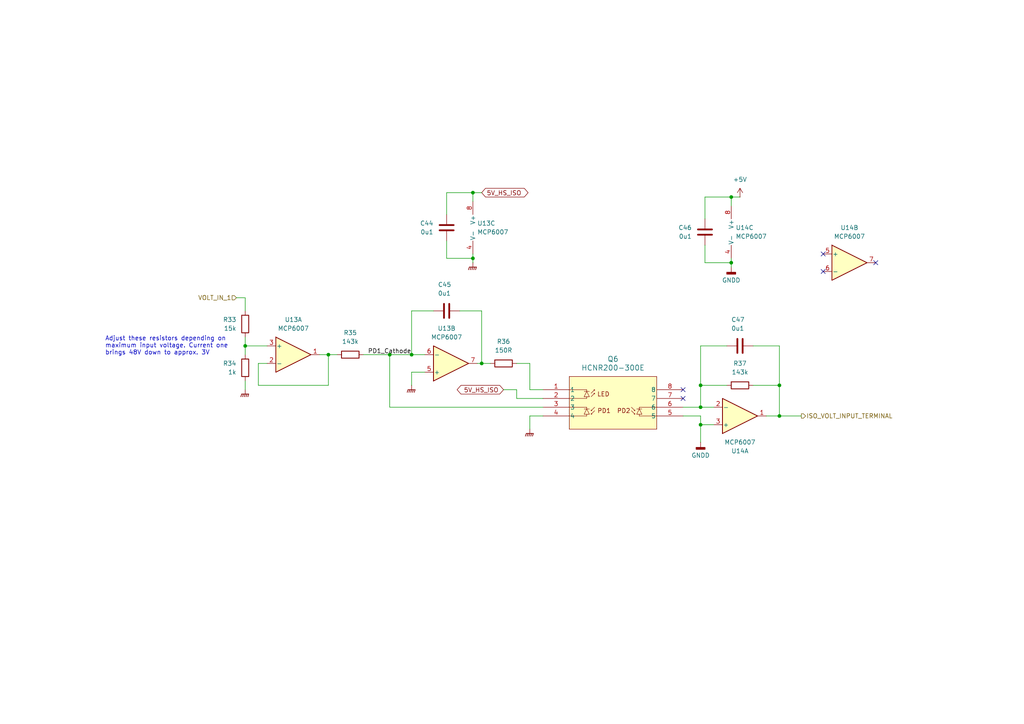
<source format=kicad_sch>
(kicad_sch
	(version 20231120)
	(generator "eeschema")
	(generator_version "8.0")
	(uuid "eda95323-4233-45cd-a2fe-412ba5c60fbd")
	(paper "A4")
	(title_block
		(title "Input/Output")
		(rev "V1")
		(company "EcoCar")
		(comment 1 "Designed by: Nicholas semmens")
	)
	(lib_symbols
		(symbol "Device:C"
			(pin_numbers hide)
			(pin_names
				(offset 0.254)
			)
			(exclude_from_sim no)
			(in_bom yes)
			(on_board yes)
			(property "Reference" "C"
				(at 0.635 2.54 0)
				(effects
					(font
						(size 1.27 1.27)
					)
					(justify left)
				)
			)
			(property "Value" "C"
				(at 0.635 -2.54 0)
				(effects
					(font
						(size 1.27 1.27)
					)
					(justify left)
				)
			)
			(property "Footprint" ""
				(at 0.9652 -3.81 0)
				(effects
					(font
						(size 1.27 1.27)
					)
					(hide yes)
				)
			)
			(property "Datasheet" "~"
				(at 0 0 0)
				(effects
					(font
						(size 1.27 1.27)
					)
					(hide yes)
				)
			)
			(property "Description" "Unpolarized capacitor"
				(at 0 0 0)
				(effects
					(font
						(size 1.27 1.27)
					)
					(hide yes)
				)
			)
			(property "ki_keywords" "cap capacitor"
				(at 0 0 0)
				(effects
					(font
						(size 1.27 1.27)
					)
					(hide yes)
				)
			)
			(property "ki_fp_filters" "C_*"
				(at 0 0 0)
				(effects
					(font
						(size 1.27 1.27)
					)
					(hide yes)
				)
			)
			(symbol "C_0_1"
				(polyline
					(pts
						(xy -2.032 -0.762) (xy 2.032 -0.762)
					)
					(stroke
						(width 0.508)
						(type default)
					)
					(fill
						(type none)
					)
				)
				(polyline
					(pts
						(xy -2.032 0.762) (xy 2.032 0.762)
					)
					(stroke
						(width 0.508)
						(type default)
					)
					(fill
						(type none)
					)
				)
			)
			(symbol "C_1_1"
				(pin passive line
					(at 0 3.81 270)
					(length 2.794)
					(name "~"
						(effects
							(font
								(size 1.27 1.27)
							)
						)
					)
					(number "1"
						(effects
							(font
								(size 1.27 1.27)
							)
						)
					)
				)
				(pin passive line
					(at 0 -3.81 90)
					(length 2.794)
					(name "~"
						(effects
							(font
								(size 1.27 1.27)
							)
						)
					)
					(number "2"
						(effects
							(font
								(size 1.27 1.27)
							)
						)
					)
				)
			)
		)
		(symbol "Device:R"
			(pin_numbers hide)
			(pin_names
				(offset 0)
			)
			(exclude_from_sim no)
			(in_bom yes)
			(on_board yes)
			(property "Reference" "R"
				(at 2.032 0 90)
				(effects
					(font
						(size 1.27 1.27)
					)
				)
			)
			(property "Value" "R"
				(at 0 0 90)
				(effects
					(font
						(size 1.27 1.27)
					)
				)
			)
			(property "Footprint" ""
				(at -1.778 0 90)
				(effects
					(font
						(size 1.27 1.27)
					)
					(hide yes)
				)
			)
			(property "Datasheet" "~"
				(at 0 0 0)
				(effects
					(font
						(size 1.27 1.27)
					)
					(hide yes)
				)
			)
			(property "Description" "Resistor"
				(at 0 0 0)
				(effects
					(font
						(size 1.27 1.27)
					)
					(hide yes)
				)
			)
			(property "ki_keywords" "R res resistor"
				(at 0 0 0)
				(effects
					(font
						(size 1.27 1.27)
					)
					(hide yes)
				)
			)
			(property "ki_fp_filters" "R_*"
				(at 0 0 0)
				(effects
					(font
						(size 1.27 1.27)
					)
					(hide yes)
				)
			)
			(symbol "R_0_1"
				(rectangle
					(start -1.016 -2.54)
					(end 1.016 2.54)
					(stroke
						(width 0.254)
						(type default)
					)
					(fill
						(type none)
					)
				)
			)
			(symbol "R_1_1"
				(pin passive line
					(at 0 3.81 270)
					(length 1.27)
					(name "~"
						(effects
							(font
								(size 1.27 1.27)
							)
						)
					)
					(number "1"
						(effects
							(font
								(size 1.27 1.27)
							)
						)
					)
				)
				(pin passive line
					(at 0 -3.81 90)
					(length 1.27)
					(name "~"
						(effects
							(font
								(size 1.27 1.27)
							)
						)
					)
					(number "2"
						(effects
							(font
								(size 1.27 1.27)
							)
						)
					)
				)
			)
		)
		(symbol "ecocad_lib_symbols:HCNR200-300E"
			(pin_names
				(offset 0.254)
			)
			(exclude_from_sim no)
			(in_bom yes)
			(on_board yes)
			(property "Reference" "Q"
				(at 20.32 10.16 0)
				(effects
					(font
						(size 1.524 1.524)
					)
				)
			)
			(property "Value" "HCNR200-300E"
				(at 20.32 7.62 0)
				(effects
					(font
						(size 1.524 1.524)
					)
				)
			)
			(property "Footprint" "ecocad_lib_footprints:HCNR200-300E"
				(at -0.508 7.112 0)
				(effects
					(font
						(size 1.27 1.27)
						(italic yes)
					)
					(hide yes)
				)
			)
			(property "Datasheet" "https://docs.broadcom.com/doc/HCNR200-HCNR201-High-Linearity-Analog-Optocouplers-DS"
				(at -0.508 7.112 0)
				(effects
					(font
						(size 1.27 1.27)
						(italic yes)
					)
					(hide yes)
				)
			)
			(property "Description" ""
				(at 0 0 0)
				(effects
					(font
						(size 1.27 1.27)
					)
					(hide yes)
				)
			)
			(property "ki_keywords" "HCNR200-300E"
				(at 0 0 0)
				(effects
					(font
						(size 1.27 1.27)
					)
					(hide yes)
				)
			)
			(property "ki_fp_filters" "HCNR200-300E HCNR200-300E-M HCNR200-300E-L"
				(at 0 0 0)
				(effects
					(font
						(size 1.27 1.27)
					)
					(hide yes)
				)
			)
			(symbol "HCNR200-300E_0_1"
				(polyline
					(pts
						(xy 7.62 -7.62) (xy 12.7 -7.62)
					)
					(stroke
						(width 0.127)
						(type default)
					)
					(fill
						(type none)
					)
				)
				(polyline
					(pts
						(xy 7.62 -5.08) (xy 12.7 -5.08)
					)
					(stroke
						(width 0.127)
						(type default)
					)
					(fill
						(type none)
					)
				)
				(polyline
					(pts
						(xy 7.62 -2.54) (xy 12.7 -2.54)
					)
					(stroke
						(width 0.127)
						(type default)
					)
					(fill
						(type none)
					)
				)
				(polyline
					(pts
						(xy 7.62 0) (xy 12.7 0)
					)
					(stroke
						(width 0.127)
						(type default)
					)
					(fill
						(type none)
					)
				)
				(polyline
					(pts
						(xy 11.938 -7.112) (xy 13.462 -7.112)
					)
					(stroke
						(width 0.127)
						(type default)
					)
					(fill
						(type none)
					)
				)
				(polyline
					(pts
						(xy 11.938 -5.588) (xy 13.462 -5.588)
					)
					(stroke
						(width 0.127)
						(type default)
					)
					(fill
						(type none)
					)
				)
				(polyline
					(pts
						(xy 11.938 -2.032) (xy 13.462 -2.032)
					)
					(stroke
						(width 0.127)
						(type default)
					)
					(fill
						(type none)
					)
				)
				(polyline
					(pts
						(xy 11.938 -0.508) (xy 13.462 -0.508)
					)
					(stroke
						(width 0.127)
						(type default)
					)
					(fill
						(type none)
					)
				)
				(polyline
					(pts
						(xy 12.7 -7.112) (xy 12.7 -7.62)
					)
					(stroke
						(width 0.127)
						(type default)
					)
					(fill
						(type none)
					)
				)
				(polyline
					(pts
						(xy 12.7 -5.588) (xy 11.938 -7.112)
					)
					(stroke
						(width 0.127)
						(type default)
					)
					(fill
						(type none)
					)
				)
				(polyline
					(pts
						(xy 12.7 -5.08) (xy 12.7 -5.588)
					)
					(stroke
						(width 0.127)
						(type default)
					)
					(fill
						(type none)
					)
				)
				(polyline
					(pts
						(xy 12.7 -2.032) (xy 12.7 -2.54)
					)
					(stroke
						(width 0.127)
						(type default)
					)
					(fill
						(type none)
					)
				)
				(polyline
					(pts
						(xy 12.7 -0.508) (xy 11.938 -2.032)
					)
					(stroke
						(width 0.127)
						(type default)
					)
					(fill
						(type none)
					)
				)
				(polyline
					(pts
						(xy 12.7 0) (xy 12.7 -0.508)
					)
					(stroke
						(width 0.127)
						(type default)
					)
					(fill
						(type none)
					)
				)
				(polyline
					(pts
						(xy 13.462 -7.112) (xy 12.7 -5.588)
					)
					(stroke
						(width 0.127)
						(type default)
					)
					(fill
						(type none)
					)
				)
				(polyline
					(pts
						(xy 13.462 -2.032) (xy 12.7 -0.508)
					)
					(stroke
						(width 0.127)
						(type default)
					)
					(fill
						(type none)
					)
				)
				(polyline
					(pts
						(xy 13.97 -7.112) (xy 13.97 -6.858)
					)
					(stroke
						(width 0.127)
						(type default)
					)
					(fill
						(type none)
					)
				)
				(polyline
					(pts
						(xy 13.97 -7.112) (xy 14.224 -7.112)
					)
					(stroke
						(width 0.127)
						(type default)
					)
					(fill
						(type none)
					)
				)
				(polyline
					(pts
						(xy 13.97 -6.096) (xy 13.97 -5.842)
					)
					(stroke
						(width 0.127)
						(type default)
					)
					(fill
						(type none)
					)
				)
				(polyline
					(pts
						(xy 13.97 -6.096) (xy 14.224 -6.096)
					)
					(stroke
						(width 0.127)
						(type default)
					)
					(fill
						(type none)
					)
				)
				(polyline
					(pts
						(xy 13.97 -2.032) (xy 14.986 -1.016)
					)
					(stroke
						(width 0.127)
						(type default)
					)
					(fill
						(type none)
					)
				)
				(polyline
					(pts
						(xy 13.97 -1.016) (xy 14.986 0)
					)
					(stroke
						(width 0.127)
						(type default)
					)
					(fill
						(type none)
					)
				)
				(polyline
					(pts
						(xy 14.986 -6.096) (xy 13.97 -7.112)
					)
					(stroke
						(width 0.127)
						(type default)
					)
					(fill
						(type none)
					)
				)
				(polyline
					(pts
						(xy 14.986 -5.08) (xy 13.97 -6.096)
					)
					(stroke
						(width 0.127)
						(type default)
					)
					(fill
						(type none)
					)
				)
				(polyline
					(pts
						(xy 14.986 -1.016) (xy 14.732 -1.016)
					)
					(stroke
						(width 0.127)
						(type default)
					)
					(fill
						(type none)
					)
				)
				(polyline
					(pts
						(xy 14.986 -1.016) (xy 14.986 -1.27)
					)
					(stroke
						(width 0.127)
						(type default)
					)
					(fill
						(type none)
					)
				)
				(polyline
					(pts
						(xy 14.986 0) (xy 14.732 0)
					)
					(stroke
						(width 0.127)
						(type default)
					)
					(fill
						(type none)
					)
				)
				(polyline
					(pts
						(xy 14.986 0) (xy 14.986 -0.254)
					)
					(stroke
						(width 0.127)
						(type default)
					)
					(fill
						(type none)
					)
				)
				(polyline
					(pts
						(xy 25.654 -6.096) (xy 26.67 -7.112)
					)
					(stroke
						(width 0.127)
						(type default)
					)
					(fill
						(type none)
					)
				)
				(polyline
					(pts
						(xy 25.654 -5.08) (xy 26.67 -6.096)
					)
					(stroke
						(width 0.127)
						(type default)
					)
					(fill
						(type none)
					)
				)
				(polyline
					(pts
						(xy 26.67 -7.112) (xy 26.416 -7.112)
					)
					(stroke
						(width 0.127)
						(type default)
					)
					(fill
						(type none)
					)
				)
				(polyline
					(pts
						(xy 26.67 -7.112) (xy 26.67 -6.858)
					)
					(stroke
						(width 0.127)
						(type default)
					)
					(fill
						(type none)
					)
				)
				(polyline
					(pts
						(xy 26.67 -6.096) (xy 26.416 -6.096)
					)
					(stroke
						(width 0.127)
						(type default)
					)
					(fill
						(type none)
					)
				)
				(polyline
					(pts
						(xy 26.67 -6.096) (xy 26.67 -5.842)
					)
					(stroke
						(width 0.127)
						(type default)
					)
					(fill
						(type none)
					)
				)
				(polyline
					(pts
						(xy 27.178 -7.112) (xy 27.94 -5.588)
					)
					(stroke
						(width 0.127)
						(type default)
					)
					(fill
						(type none)
					)
				)
				(polyline
					(pts
						(xy 27.94 -7.112) (xy 27.94 -7.62)
					)
					(stroke
						(width 0.127)
						(type default)
					)
					(fill
						(type none)
					)
				)
				(polyline
					(pts
						(xy 27.94 -5.588) (xy 28.702 -7.112)
					)
					(stroke
						(width 0.127)
						(type default)
					)
					(fill
						(type none)
					)
				)
				(polyline
					(pts
						(xy 27.94 -5.08) (xy 27.94 -5.588)
					)
					(stroke
						(width 0.127)
						(type default)
					)
					(fill
						(type none)
					)
				)
				(polyline
					(pts
						(xy 28.702 -7.112) (xy 27.178 -7.112)
					)
					(stroke
						(width 0.127)
						(type default)
					)
					(fill
						(type none)
					)
				)
				(polyline
					(pts
						(xy 28.702 -5.588) (xy 27.178 -5.588)
					)
					(stroke
						(width 0.127)
						(type default)
					)
					(fill
						(type none)
					)
				)
				(polyline
					(pts
						(xy 33.02 -7.62) (xy 27.94 -7.62)
					)
					(stroke
						(width 0.127)
						(type default)
					)
					(fill
						(type none)
					)
				)
				(polyline
					(pts
						(xy 33.02 -5.08) (xy 27.94 -5.08)
					)
					(stroke
						(width 0.127)
						(type default)
					)
					(fill
						(type none)
					)
				)
				(pin unspecified line
					(at 0 0 0)
					(length 7.62)
					(name "1"
						(effects
							(font
								(size 1.27 1.27)
							)
						)
					)
					(number "1"
						(effects
							(font
								(size 1.27 1.27)
							)
						)
					)
				)
				(pin unspecified line
					(at 0 -2.54 0)
					(length 7.62)
					(name "2"
						(effects
							(font
								(size 1.27 1.27)
							)
						)
					)
					(number "2"
						(effects
							(font
								(size 1.27 1.27)
							)
						)
					)
				)
				(pin unspecified line
					(at 0 -5.08 0)
					(length 7.62)
					(name "3"
						(effects
							(font
								(size 1.27 1.27)
							)
						)
					)
					(number "3"
						(effects
							(font
								(size 1.27 1.27)
							)
						)
					)
				)
				(pin unspecified line
					(at 0 -7.62 0)
					(length 7.62)
					(name "4"
						(effects
							(font
								(size 1.27 1.27)
							)
						)
					)
					(number "4"
						(effects
							(font
								(size 1.27 1.27)
							)
						)
					)
				)
				(pin unspecified line
					(at 40.64 -7.62 180)
					(length 7.62)
					(name "5"
						(effects
							(font
								(size 1.27 1.27)
							)
						)
					)
					(number "5"
						(effects
							(font
								(size 1.27 1.27)
							)
						)
					)
				)
				(pin unspecified line
					(at 40.64 -5.08 180)
					(length 7.62)
					(name "6"
						(effects
							(font
								(size 1.27 1.27)
							)
						)
					)
					(number "6"
						(effects
							(font
								(size 1.27 1.27)
							)
						)
					)
				)
				(pin unspecified line
					(at 40.64 -2.54 180)
					(length 7.62)
					(name "7"
						(effects
							(font
								(size 1.27 1.27)
							)
						)
					)
					(number "7"
						(effects
							(font
								(size 1.27 1.27)
							)
						)
					)
				)
				(pin unspecified line
					(at 40.64 0 180)
					(length 7.62)
					(name "8"
						(effects
							(font
								(size 1.27 1.27)
							)
						)
					)
					(number "8"
						(effects
							(font
								(size 1.27 1.27)
							)
						)
					)
				)
			)
			(symbol "HCNR200-300E_1_1"
				(rectangle
					(start 7.62 3.81)
					(end 33.02 -11.43)
					(stroke
						(width 0)
						(type default)
					)
					(fill
						(type background)
					)
				)
				(text "LED"
					(at 17.526 -1.27 0)
					(effects
						(font
							(size 1.27 1.27)
						)
					)
				)
				(text "PD1  PD2"
					(at 20.574 -6.096 0)
					(effects
						(font
							(size 1.27 1.27)
						)
					)
				)
			)
		)
		(symbol "ecocad_lib_symbols:MCP6007"
			(pin_names
				(offset 0.127)
			)
			(exclude_from_sim no)
			(in_bom yes)
			(on_board yes)
			(property "Reference" "U"
				(at 0 5.08 0)
				(effects
					(font
						(size 1.27 1.27)
					)
					(justify left)
				)
			)
			(property "Value" "MCP6007"
				(at 0 -5.08 0)
				(effects
					(font
						(size 1.27 1.27)
					)
					(justify left)
				)
			)
			(property "Footprint" "Package_SO:SOIC-8_3.9x4.9mm_P1.27mm"
				(at 0 0 0)
				(effects
					(font
						(size 1.27 1.27)
					)
					(hide yes)
				)
			)
			(property "Datasheet" "https://ww1.microchip.com/downloads/aemDocuments/documents/APID/ProductDocuments/DataSheets/MCP6006-6R-6U-7-9-Data-Sheet-20006411B.pdf"
				(at 0 0 0)
				(effects
					(font
						(size 1.27 1.27)
					)
					(hide yes)
				)
			)
			(property "Description" "Dual Operational Amplifiers, DIP-8/SOIC-8/TSSOP-8/VSSOP-8"
				(at 0 0 0)
				(effects
					(font
						(size 1.27 1.27)
					)
					(hide yes)
				)
			)
			(property "ki_locked" ""
				(at 0 0 0)
				(effects
					(font
						(size 1.27 1.27)
					)
				)
			)
			(property "ki_keywords" "dual opamp"
				(at 0 0 0)
				(effects
					(font
						(size 1.27 1.27)
					)
					(hide yes)
				)
			)
			(property "ki_fp_filters" "SOIC*3.9x4.9mm*P1.27mm* DIP*W7.62mm* TO*99* OnSemi*Micro8* TSSOP*3x3mm*P0.65mm* TSSOP*4.4x3mm*P0.65mm* MSOP*3x3mm*P0.65mm* SSOP*3.9x4.9mm*P0.635mm* LFCSP*2x2mm*P0.5mm* *SIP* SOIC*5.3x6.2mm*P1.27mm*"
				(at 0 0 0)
				(effects
					(font
						(size 1.27 1.27)
					)
					(hide yes)
				)
			)
			(symbol "MCP6007_1_1"
				(polyline
					(pts
						(xy -5.08 5.08) (xy 5.08 0) (xy -5.08 -5.08) (xy -5.08 5.08)
					)
					(stroke
						(width 0.254)
						(type default)
					)
					(fill
						(type background)
					)
				)
				(pin output line
					(at 7.62 0 180)
					(length 2.54)
					(name "~"
						(effects
							(font
								(size 1.27 1.27)
							)
						)
					)
					(number "1"
						(effects
							(font
								(size 1.27 1.27)
							)
						)
					)
				)
				(pin input line
					(at -7.62 -2.54 0)
					(length 2.54)
					(name "-"
						(effects
							(font
								(size 1.27 1.27)
							)
						)
					)
					(number "2"
						(effects
							(font
								(size 1.27 1.27)
							)
						)
					)
				)
				(pin input line
					(at -7.62 2.54 0)
					(length 2.54)
					(name "+"
						(effects
							(font
								(size 1.27 1.27)
							)
						)
					)
					(number "3"
						(effects
							(font
								(size 1.27 1.27)
							)
						)
					)
				)
			)
			(symbol "MCP6007_2_1"
				(polyline
					(pts
						(xy -5.08 5.08) (xy 5.08 0) (xy -5.08 -5.08) (xy -5.08 5.08)
					)
					(stroke
						(width 0.254)
						(type default)
					)
					(fill
						(type background)
					)
				)
				(pin input line
					(at -7.62 2.54 0)
					(length 2.54)
					(name "+"
						(effects
							(font
								(size 1.27 1.27)
							)
						)
					)
					(number "5"
						(effects
							(font
								(size 1.27 1.27)
							)
						)
					)
				)
				(pin input line
					(at -7.62 -2.54 0)
					(length 2.54)
					(name "-"
						(effects
							(font
								(size 1.27 1.27)
							)
						)
					)
					(number "6"
						(effects
							(font
								(size 1.27 1.27)
							)
						)
					)
				)
				(pin output line
					(at 7.62 0 180)
					(length 2.54)
					(name "~"
						(effects
							(font
								(size 1.27 1.27)
							)
						)
					)
					(number "7"
						(effects
							(font
								(size 1.27 1.27)
							)
						)
					)
				)
			)
			(symbol "MCP6007_3_1"
				(pin power_in line
					(at -2.54 -7.62 90)
					(length 3.81)
					(name "V-"
						(effects
							(font
								(size 1.27 1.27)
							)
						)
					)
					(number "4"
						(effects
							(font
								(size 1.27 1.27)
							)
						)
					)
				)
				(pin power_in line
					(at -2.54 7.62 270)
					(length 3.81)
					(name "V+"
						(effects
							(font
								(size 1.27 1.27)
							)
						)
					)
					(number "8"
						(effects
							(font
								(size 1.27 1.27)
							)
						)
					)
				)
			)
		)
		(symbol "power:+5V"
			(power)
			(pin_numbers hide)
			(pin_names
				(offset 0) hide)
			(exclude_from_sim no)
			(in_bom yes)
			(on_board yes)
			(property "Reference" "#PWR"
				(at 0 -3.81 0)
				(effects
					(font
						(size 1.27 1.27)
					)
					(hide yes)
				)
			)
			(property "Value" "+5V"
				(at 0 3.556 0)
				(effects
					(font
						(size 1.27 1.27)
					)
				)
			)
			(property "Footprint" ""
				(at 0 0 0)
				(effects
					(font
						(size 1.27 1.27)
					)
					(hide yes)
				)
			)
			(property "Datasheet" ""
				(at 0 0 0)
				(effects
					(font
						(size 1.27 1.27)
					)
					(hide yes)
				)
			)
			(property "Description" "Power symbol creates a global label with name \"+5V\""
				(at 0 0 0)
				(effects
					(font
						(size 1.27 1.27)
					)
					(hide yes)
				)
			)
			(property "ki_keywords" "global power"
				(at 0 0 0)
				(effects
					(font
						(size 1.27 1.27)
					)
					(hide yes)
				)
			)
			(symbol "+5V_0_1"
				(polyline
					(pts
						(xy -0.762 1.27) (xy 0 2.54)
					)
					(stroke
						(width 0)
						(type default)
					)
					(fill
						(type none)
					)
				)
				(polyline
					(pts
						(xy 0 0) (xy 0 2.54)
					)
					(stroke
						(width 0)
						(type default)
					)
					(fill
						(type none)
					)
				)
				(polyline
					(pts
						(xy 0 2.54) (xy 0.762 1.27)
					)
					(stroke
						(width 0)
						(type default)
					)
					(fill
						(type none)
					)
				)
			)
			(symbol "+5V_1_1"
				(pin power_in line
					(at 0 0 90)
					(length 0)
					(name "~"
						(effects
							(font
								(size 1.27 1.27)
							)
						)
					)
					(number "1"
						(effects
							(font
								(size 1.27 1.27)
							)
						)
					)
				)
			)
		)
		(symbol "power:GNDD"
			(power)
			(pin_numbers hide)
			(pin_names
				(offset 0) hide)
			(exclude_from_sim no)
			(in_bom yes)
			(on_board yes)
			(property "Reference" "#PWR"
				(at 0 -6.35 0)
				(effects
					(font
						(size 1.27 1.27)
					)
					(hide yes)
				)
			)
			(property "Value" "GNDD"
				(at 0 -3.175 0)
				(effects
					(font
						(size 1.27 1.27)
					)
				)
			)
			(property "Footprint" ""
				(at 0 0 0)
				(effects
					(font
						(size 1.27 1.27)
					)
					(hide yes)
				)
			)
			(property "Datasheet" ""
				(at 0 0 0)
				(effects
					(font
						(size 1.27 1.27)
					)
					(hide yes)
				)
			)
			(property "Description" "Power symbol creates a global label with name \"GNDD\" , digital ground"
				(at 0 0 0)
				(effects
					(font
						(size 1.27 1.27)
					)
					(hide yes)
				)
			)
			(property "ki_keywords" "global power"
				(at 0 0 0)
				(effects
					(font
						(size 1.27 1.27)
					)
					(hide yes)
				)
			)
			(symbol "GNDD_0_1"
				(rectangle
					(start -1.27 -1.524)
					(end 1.27 -2.032)
					(stroke
						(width 0.254)
						(type default)
					)
					(fill
						(type outline)
					)
				)
				(polyline
					(pts
						(xy 0 0) (xy 0 -1.524)
					)
					(stroke
						(width 0)
						(type default)
					)
					(fill
						(type none)
					)
				)
			)
			(symbol "GNDD_1_1"
				(pin power_in line
					(at 0 0 270)
					(length 0)
					(name "~"
						(effects
							(font
								(size 1.27 1.27)
							)
						)
					)
					(number "1"
						(effects
							(font
								(size 1.27 1.27)
							)
						)
					)
				)
			)
		)
		(symbol "power:GNDPWR"
			(power)
			(pin_numbers hide)
			(pin_names
				(offset 0) hide)
			(exclude_from_sim no)
			(in_bom yes)
			(on_board yes)
			(property "Reference" "#PWR"
				(at 0 -5.08 0)
				(effects
					(font
						(size 1.27 1.27)
					)
					(hide yes)
				)
			)
			(property "Value" "GNDPWR"
				(at 0 -3.302 0)
				(effects
					(font
						(size 1.27 1.27)
					)
				)
			)
			(property "Footprint" ""
				(at 0 -1.27 0)
				(effects
					(font
						(size 1.27 1.27)
					)
					(hide yes)
				)
			)
			(property "Datasheet" ""
				(at 0 -1.27 0)
				(effects
					(font
						(size 1.27 1.27)
					)
					(hide yes)
				)
			)
			(property "Description" "Power symbol creates a global label with name \"GNDPWR\" , global ground"
				(at 0 0 0)
				(effects
					(font
						(size 1.27 1.27)
					)
					(hide yes)
				)
			)
			(property "ki_keywords" "global ground"
				(at 0 0 0)
				(effects
					(font
						(size 1.27 1.27)
					)
					(hide yes)
				)
			)
			(symbol "GNDPWR_0_1"
				(polyline
					(pts
						(xy 0 -1.27) (xy 0 0)
					)
					(stroke
						(width 0)
						(type default)
					)
					(fill
						(type none)
					)
				)
				(polyline
					(pts
						(xy -1.016 -1.27) (xy -1.27 -2.032) (xy -1.27 -2.032)
					)
					(stroke
						(width 0.2032)
						(type default)
					)
					(fill
						(type none)
					)
				)
				(polyline
					(pts
						(xy -0.508 -1.27) (xy -0.762 -2.032) (xy -0.762 -2.032)
					)
					(stroke
						(width 0.2032)
						(type default)
					)
					(fill
						(type none)
					)
				)
				(polyline
					(pts
						(xy 0 -1.27) (xy -0.254 -2.032) (xy -0.254 -2.032)
					)
					(stroke
						(width 0.2032)
						(type default)
					)
					(fill
						(type none)
					)
				)
				(polyline
					(pts
						(xy 0.508 -1.27) (xy 0.254 -2.032) (xy 0.254 -2.032)
					)
					(stroke
						(width 0.2032)
						(type default)
					)
					(fill
						(type none)
					)
				)
				(polyline
					(pts
						(xy 1.016 -1.27) (xy -1.016 -1.27) (xy -1.016 -1.27)
					)
					(stroke
						(width 0.2032)
						(type default)
					)
					(fill
						(type none)
					)
				)
				(polyline
					(pts
						(xy 1.016 -1.27) (xy 0.762 -2.032) (xy 0.762 -2.032) (xy 0.762 -2.032)
					)
					(stroke
						(width 0.2032)
						(type default)
					)
					(fill
						(type none)
					)
				)
			)
			(symbol "GNDPWR_1_1"
				(pin power_in line
					(at 0 0 270)
					(length 0)
					(name "~"
						(effects
							(font
								(size 1.27 1.27)
							)
						)
					)
					(number "1"
						(effects
							(font
								(size 1.27 1.27)
							)
						)
					)
				)
			)
		)
	)
	(junction
		(at 212.09 57.15)
		(diameter 0)
		(color 0 0 0 0)
		(uuid "0669ac08-a1af-4579-a86d-e34e0e213db9")
	)
	(junction
		(at 203.2 118.11)
		(diameter 0)
		(color 0 0 0 0)
		(uuid "223f5071-76ca-43bc-83bc-0aaf4f000c7f")
	)
	(junction
		(at 226.06 111.76)
		(diameter 0)
		(color 0 0 0 0)
		(uuid "3b928a07-bdb5-469f-b5df-384b336b90c6")
	)
	(junction
		(at 137.16 55.88)
		(diameter 0)
		(color 0 0 0 0)
		(uuid "7dc040c9-0bf5-4067-b304-c83a976bb67a")
	)
	(junction
		(at 226.06 120.65)
		(diameter 0)
		(color 0 0 0 0)
		(uuid "8125ff21-df4b-488e-85bb-f0a3bb003cb7")
	)
	(junction
		(at 113.03 102.87)
		(diameter 0)
		(color 0 0 0 0)
		(uuid "90e1585d-64fa-47d5-9b9d-2f9b5d5e642f")
	)
	(junction
		(at 139.7 105.41)
		(diameter 0)
		(color 0 0 0 0)
		(uuid "9949a9df-6726-4daa-bca4-d34a4b1c505a")
	)
	(junction
		(at 203.2 123.19)
		(diameter 0)
		(color 0 0 0 0)
		(uuid "a8f4059a-8852-4fbd-bae8-445cddea125f")
	)
	(junction
		(at 212.09 76.2)
		(diameter 0)
		(color 0 0 0 0)
		(uuid "abbde23e-00d0-4a78-bfba-52afa698b1fc")
	)
	(junction
		(at 71.12 100.33)
		(diameter 0)
		(color 0 0 0 0)
		(uuid "b7fd6dc0-c321-4c89-a78f-416eda7ae955")
	)
	(junction
		(at 95.25 102.87)
		(diameter 0)
		(color 0 0 0 0)
		(uuid "d30755be-118a-4eeb-a745-4164fae2d3cd")
	)
	(junction
		(at 119.38 102.87)
		(diameter 0)
		(color 0 0 0 0)
		(uuid "dab29923-23ba-4eae-aa28-3e5a7dc7e4cc")
	)
	(junction
		(at 137.16 74.93)
		(diameter 0)
		(color 0 0 0 0)
		(uuid "eb5f1311-17f8-4c00-be32-7a79dc0ebd06")
	)
	(junction
		(at 203.2 111.76)
		(diameter 0)
		(color 0 0 0 0)
		(uuid "f1ff79d4-a61d-43f3-b4fb-ddd759fb4084")
	)
	(no_connect
		(at 198.12 113.03)
		(uuid "299da15b-0551-4fbd-adee-c60135b4ff72")
	)
	(no_connect
		(at 238.76 73.66)
		(uuid "4516dbdd-c85f-49b2-9942-6c7af848ee2d")
	)
	(no_connect
		(at 238.76 78.74)
		(uuid "61aa9722-0092-4e7c-86d3-aa7ec2bb685b")
	)
	(no_connect
		(at 198.12 115.57)
		(uuid "6af82267-c5ea-438c-95e9-110e1f59e2a2")
	)
	(no_connect
		(at 254 76.2)
		(uuid "f7391329-15d2-4621-a804-3f04ca07b8a1")
	)
	(wire
		(pts
			(xy 203.2 111.76) (xy 210.82 111.76)
		)
		(stroke
			(width 0)
			(type default)
		)
		(uuid "01f24fa1-8b96-4704-81de-1075cded6fc2")
	)
	(wire
		(pts
			(xy 113.03 102.87) (xy 119.38 102.87)
		)
		(stroke
			(width 0)
			(type default)
		)
		(uuid "0490f4a8-d5c3-43af-a8e1-4fbee718f31d")
	)
	(wire
		(pts
			(xy 149.86 105.41) (xy 153.67 105.41)
		)
		(stroke
			(width 0)
			(type default)
		)
		(uuid "07fdf055-5f29-421c-a6da-a9863a3d4f4e")
	)
	(wire
		(pts
			(xy 138.43 105.41) (xy 139.7 105.41)
		)
		(stroke
			(width 0)
			(type default)
		)
		(uuid "0b58875b-ea21-437f-be39-5c5393a09b01")
	)
	(wire
		(pts
			(xy 123.19 107.95) (xy 119.38 107.95)
		)
		(stroke
			(width 0)
			(type default)
		)
		(uuid "0dcfd584-001b-4262-b1eb-382d7fc997df")
	)
	(wire
		(pts
			(xy 71.12 90.17) (xy 71.12 86.36)
		)
		(stroke
			(width 0)
			(type default)
		)
		(uuid "0f3b32af-c473-4c69-81d4-cea0f8fe9377")
	)
	(wire
		(pts
			(xy 212.09 76.2) (xy 212.09 74.93)
		)
		(stroke
			(width 0)
			(type default)
		)
		(uuid "14f39cfe-6131-4945-9c13-c7360fb87be9")
	)
	(wire
		(pts
			(xy 204.47 57.15) (xy 212.09 57.15)
		)
		(stroke
			(width 0)
			(type default)
		)
		(uuid "1588339e-9129-4616-a960-7896ebd3b3a4")
	)
	(wire
		(pts
			(xy 153.67 105.41) (xy 153.67 113.03)
		)
		(stroke
			(width 0)
			(type default)
		)
		(uuid "17675256-04f3-4fca-b636-456226c4ef4b")
	)
	(wire
		(pts
			(xy 71.12 110.49) (xy 71.12 113.03)
		)
		(stroke
			(width 0)
			(type default)
		)
		(uuid "1775c8cc-d9d0-416f-8543-f414c30557af")
	)
	(wire
		(pts
			(xy 139.7 55.88) (xy 137.16 55.88)
		)
		(stroke
			(width 0)
			(type default)
		)
		(uuid "1a01e35a-3d12-41c1-b530-43cc8da40b88")
	)
	(wire
		(pts
			(xy 153.67 120.65) (xy 153.67 124.46)
		)
		(stroke
			(width 0)
			(type default)
		)
		(uuid "1f4a3146-58df-4e95-b75b-1775f21db176")
	)
	(wire
		(pts
			(xy 139.7 90.17) (xy 139.7 105.41)
		)
		(stroke
			(width 0)
			(type default)
		)
		(uuid "21899146-d4fe-4df8-9570-9eb4a618a151")
	)
	(wire
		(pts
			(xy 204.47 63.5) (xy 204.47 57.15)
		)
		(stroke
			(width 0)
			(type default)
		)
		(uuid "25407f23-478c-4bdc-9e32-f9ad22cb5d6d")
	)
	(wire
		(pts
			(xy 139.7 105.41) (xy 142.24 105.41)
		)
		(stroke
			(width 0)
			(type default)
		)
		(uuid "27c69cb6-4c83-4bee-af9a-e8b3b34b663b")
	)
	(wire
		(pts
			(xy 95.25 102.87) (xy 92.71 102.87)
		)
		(stroke
			(width 0)
			(type default)
		)
		(uuid "3422281a-c703-41f2-ba51-8c54d88a7227")
	)
	(wire
		(pts
			(xy 198.12 120.65) (xy 203.2 120.65)
		)
		(stroke
			(width 0)
			(type default)
		)
		(uuid "34c79938-955a-4c9a-b8e2-5af364bb2a6d")
	)
	(wire
		(pts
			(xy 226.06 120.65) (xy 222.25 120.65)
		)
		(stroke
			(width 0)
			(type default)
		)
		(uuid "394d0eb0-c28a-47d3-bc67-411aaf1951c7")
	)
	(wire
		(pts
			(xy 137.16 76.2) (xy 137.16 74.93)
		)
		(stroke
			(width 0)
			(type default)
		)
		(uuid "3a8dd2ad-b78e-4277-93d5-11782701585c")
	)
	(wire
		(pts
			(xy 71.12 97.79) (xy 71.12 100.33)
		)
		(stroke
			(width 0)
			(type default)
		)
		(uuid "3d91ec8a-3d1f-413a-b7ed-ca0510589afd")
	)
	(wire
		(pts
			(xy 71.12 100.33) (xy 77.47 100.33)
		)
		(stroke
			(width 0)
			(type default)
		)
		(uuid "40c7b104-5416-451a-8db8-c661e729800a")
	)
	(wire
		(pts
			(xy 137.16 55.88) (xy 137.16 58.42)
		)
		(stroke
			(width 0)
			(type default)
		)
		(uuid "42dfe719-3903-45cc-839c-2a850b1981cc")
	)
	(wire
		(pts
			(xy 149.86 113.03) (xy 149.86 115.57)
		)
		(stroke
			(width 0)
			(type default)
		)
		(uuid "45ff1236-f8b7-42f8-81e9-41245d914be4")
	)
	(wire
		(pts
			(xy 74.93 111.76) (xy 95.25 111.76)
		)
		(stroke
			(width 0)
			(type default)
		)
		(uuid "47343889-7115-41cf-9ba8-891fca4e69ba")
	)
	(wire
		(pts
			(xy 129.54 74.93) (xy 137.16 74.93)
		)
		(stroke
			(width 0)
			(type default)
		)
		(uuid "4cc4f740-0493-44fd-9241-f1651cb49420")
	)
	(wire
		(pts
			(xy 212.09 57.15) (xy 212.09 59.69)
		)
		(stroke
			(width 0)
			(type default)
		)
		(uuid "4d91fa71-bc0b-434d-a91e-ace8684bd772")
	)
	(wire
		(pts
			(xy 95.25 111.76) (xy 95.25 102.87)
		)
		(stroke
			(width 0)
			(type default)
		)
		(uuid "53da8a03-3290-42e8-8a4b-86eb2bd34799")
	)
	(wire
		(pts
			(xy 203.2 118.11) (xy 207.01 118.11)
		)
		(stroke
			(width 0)
			(type default)
		)
		(uuid "54e60f0c-1593-4021-a57d-5da2dacc1327")
	)
	(wire
		(pts
			(xy 113.03 118.11) (xy 113.03 102.87)
		)
		(stroke
			(width 0)
			(type default)
		)
		(uuid "63b85b95-f5c6-4836-ab53-0187d61c15b3")
	)
	(wire
		(pts
			(xy 74.93 105.41) (xy 74.93 111.76)
		)
		(stroke
			(width 0)
			(type default)
		)
		(uuid "65592c5a-03b1-4321-b3b0-ea667f9b9847")
	)
	(wire
		(pts
			(xy 203.2 123.19) (xy 207.01 123.19)
		)
		(stroke
			(width 0)
			(type default)
		)
		(uuid "683a7d43-4fe3-4c29-a7c5-0cdaa834a372")
	)
	(wire
		(pts
			(xy 77.47 105.41) (xy 74.93 105.41)
		)
		(stroke
			(width 0)
			(type default)
		)
		(uuid "7425cb1e-c64d-4243-8e63-db9fa7a7a83e")
	)
	(wire
		(pts
			(xy 119.38 102.87) (xy 123.19 102.87)
		)
		(stroke
			(width 0)
			(type default)
		)
		(uuid "7c96c8a4-e572-4eda-ac5f-d826c1a838a2")
	)
	(wire
		(pts
			(xy 149.86 115.57) (xy 157.48 115.57)
		)
		(stroke
			(width 0)
			(type default)
		)
		(uuid "8029580d-ccd6-487b-b78c-ff1c131fbc1f")
	)
	(wire
		(pts
			(xy 129.54 69.85) (xy 129.54 74.93)
		)
		(stroke
			(width 0)
			(type default)
		)
		(uuid "825adea9-5279-4f9c-947d-66545347270b")
	)
	(wire
		(pts
			(xy 203.2 123.19) (xy 203.2 128.27)
		)
		(stroke
			(width 0)
			(type default)
		)
		(uuid "8445552a-7409-498d-9d00-5f8a46534597")
	)
	(wire
		(pts
			(xy 203.2 120.65) (xy 203.2 123.19)
		)
		(stroke
			(width 0)
			(type default)
		)
		(uuid "89939a51-182c-4550-92d6-22ea4c601e24")
	)
	(wire
		(pts
			(xy 119.38 90.17) (xy 125.73 90.17)
		)
		(stroke
			(width 0)
			(type default)
		)
		(uuid "930599c0-1bc3-4cf7-b915-c6e3018a8c33")
	)
	(wire
		(pts
			(xy 226.06 120.65) (xy 232.41 120.65)
		)
		(stroke
			(width 0)
			(type default)
		)
		(uuid "93f91d0d-23bc-47f7-88ed-63419140bcf3")
	)
	(wire
		(pts
			(xy 218.44 111.76) (xy 226.06 111.76)
		)
		(stroke
			(width 0)
			(type default)
		)
		(uuid "943e6009-18ea-48e3-bb79-785cc798f766")
	)
	(wire
		(pts
			(xy 204.47 76.2) (xy 212.09 76.2)
		)
		(stroke
			(width 0)
			(type default)
		)
		(uuid "95460d9b-f606-4fe7-90e3-6e5a0959635d")
	)
	(wire
		(pts
			(xy 203.2 111.76) (xy 203.2 100.33)
		)
		(stroke
			(width 0)
			(type default)
		)
		(uuid "96f61533-3edb-4ab5-99cb-c9aa0b18e774")
	)
	(wire
		(pts
			(xy 203.2 100.33) (xy 210.82 100.33)
		)
		(stroke
			(width 0)
			(type default)
		)
		(uuid "9d2a973b-81eb-44c0-a0fd-eba2b93e42e9")
	)
	(wire
		(pts
			(xy 157.48 120.65) (xy 153.67 120.65)
		)
		(stroke
			(width 0)
			(type default)
		)
		(uuid "9f5b648c-769c-4ec6-ab3d-5df2dc9eb4e7")
	)
	(wire
		(pts
			(xy 203.2 118.11) (xy 203.2 111.76)
		)
		(stroke
			(width 0)
			(type default)
		)
		(uuid "9fc1728b-e716-4dd9-8975-601fa29a5f1b")
	)
	(wire
		(pts
			(xy 133.35 90.17) (xy 139.7 90.17)
		)
		(stroke
			(width 0)
			(type default)
		)
		(uuid "ac163bab-5d97-46b0-83f3-fdc8e7ab0f43")
	)
	(wire
		(pts
			(xy 71.12 100.33) (xy 71.12 102.87)
		)
		(stroke
			(width 0)
			(type default)
		)
		(uuid "ae473402-a00b-4b2b-9b0c-d1768a04d385")
	)
	(wire
		(pts
			(xy 119.38 107.95) (xy 119.38 111.76)
		)
		(stroke
			(width 0)
			(type default)
		)
		(uuid "b1c69b6d-205e-4808-9665-a6cbc56f1b78")
	)
	(wire
		(pts
			(xy 226.06 111.76) (xy 226.06 120.65)
		)
		(stroke
			(width 0)
			(type default)
		)
		(uuid "b2dcc2df-e6c2-4944-84ec-f5c1bd053fc1")
	)
	(wire
		(pts
			(xy 137.16 74.93) (xy 137.16 73.66)
		)
		(stroke
			(width 0)
			(type default)
		)
		(uuid "b4d35991-6621-475d-a8fd-fc4ad2226f00")
	)
	(wire
		(pts
			(xy 105.41 102.87) (xy 113.03 102.87)
		)
		(stroke
			(width 0)
			(type default)
		)
		(uuid "b73dea0f-525a-4acd-862c-7b5b390c9835")
	)
	(wire
		(pts
			(xy 212.09 77.47) (xy 212.09 76.2)
		)
		(stroke
			(width 0)
			(type default)
		)
		(uuid "bea98b05-de3f-438f-9467-f7089a145fb7")
	)
	(wire
		(pts
			(xy 113.03 118.11) (xy 157.48 118.11)
		)
		(stroke
			(width 0)
			(type default)
		)
		(uuid "c01f5f9f-c41f-408f-a07a-a69efc9fd6da")
	)
	(wire
		(pts
			(xy 129.54 62.23) (xy 129.54 55.88)
		)
		(stroke
			(width 0)
			(type default)
		)
		(uuid "c52b1c2f-63ee-44ea-b5d4-c2d64858fdf5")
	)
	(wire
		(pts
			(xy 129.54 55.88) (xy 137.16 55.88)
		)
		(stroke
			(width 0)
			(type default)
		)
		(uuid "c59f9bde-78f8-4765-b7ff-4e92dd90938c")
	)
	(wire
		(pts
			(xy 218.44 100.33) (xy 226.06 100.33)
		)
		(stroke
			(width 0)
			(type default)
		)
		(uuid "d5a88084-ed1d-48ef-9fe4-0a3e0e48c3e6")
	)
	(wire
		(pts
			(xy 146.05 113.03) (xy 149.86 113.03)
		)
		(stroke
			(width 0)
			(type default)
		)
		(uuid "d6d932cc-dd9f-4085-ad95-ff508d69c874")
	)
	(wire
		(pts
			(xy 157.48 113.03) (xy 153.67 113.03)
		)
		(stroke
			(width 0)
			(type default)
		)
		(uuid "de595e23-600e-4e08-a6e2-48a8dd26039d")
	)
	(wire
		(pts
			(xy 119.38 90.17) (xy 119.38 102.87)
		)
		(stroke
			(width 0)
			(type default)
		)
		(uuid "e1f952a5-dc92-4c7f-8836-8509fc40ffa3")
	)
	(wire
		(pts
			(xy 204.47 71.12) (xy 204.47 76.2)
		)
		(stroke
			(width 0)
			(type default)
		)
		(uuid "e2b92c1a-6cec-4d29-89e8-d61f1a10afba")
	)
	(wire
		(pts
			(xy 198.12 118.11) (xy 203.2 118.11)
		)
		(stroke
			(width 0)
			(type default)
		)
		(uuid "e5427946-f381-4a99-9af0-56e85c34433c")
	)
	(wire
		(pts
			(xy 214.63 57.15) (xy 212.09 57.15)
		)
		(stroke
			(width 0)
			(type default)
		)
		(uuid "f4d1a4e2-1772-4cb1-9507-d3bcab06a9c6")
	)
	(wire
		(pts
			(xy 226.06 100.33) (xy 226.06 111.76)
		)
		(stroke
			(width 0)
			(type default)
		)
		(uuid "f9fe3cad-9e57-4f1d-8859-af690bc678bd")
	)
	(wire
		(pts
			(xy 95.25 102.87) (xy 97.79 102.87)
		)
		(stroke
			(width 0)
			(type default)
		)
		(uuid "fd9c74f2-743a-4c86-ac85-4314d9a27ac4")
	)
	(wire
		(pts
			(xy 68.58 86.36) (xy 71.12 86.36)
		)
		(stroke
			(width 0)
			(type default)
		)
		(uuid "fe644064-5b60-4d81-85c2-e9b36d93cf69")
	)
	(text "Adjust these resistors depending on\nmaximum input voltage. Current one\nbrings 48V down to approx. 3V"
		(exclude_from_sim no)
		(at 30.48 100.33 0)
		(effects
			(font
				(size 1.27 1.27)
			)
			(justify left)
		)
		(uuid "c0eb6795-af9c-4651-8e46-4b29f1a57b00")
	)
	(label "PD1_Cathode"
		(at 106.68 102.87 0)
		(fields_autoplaced yes)
		(effects
			(font
				(size 1.27 1.27)
			)
			(justify left bottom)
		)
		(uuid "77d25e31-1909-4f85-9ca3-1fba5f1da427")
	)
	(global_label "5V_HS_ISO"
		(shape bidirectional)
		(at 146.05 113.03 180)
		(fields_autoplaced yes)
		(effects
			(font
				(size 1.27 1.27)
			)
			(justify right)
		)
		(uuid "08e39815-0fcc-44dc-b840-4ff423149e9a")
		(property "Intersheetrefs" "${INTERSHEET_REFS}"
			(at 132.0354 113.03 0)
			(effects
				(font
					(size 1.27 1.27)
				)
				(justify right)
				(hide yes)
			)
		)
	)
	(global_label "5V_HS_ISO"
		(shape bidirectional)
		(at 139.7 55.88 0)
		(fields_autoplaced yes)
		(effects
			(font
				(size 1.27 1.27)
			)
			(justify left)
		)
		(uuid "f2f93f83-932c-4f90-894f-cb055eee5203")
		(property "Intersheetrefs" "${INTERSHEET_REFS}"
			(at 153.7146 55.88 0)
			(effects
				(font
					(size 1.27 1.27)
				)
				(justify left)
				(hide yes)
			)
		)
	)
	(hierarchical_label "ISO_VOLT_INPUT_TERMINAL"
		(shape output)
		(at 232.41 120.65 0)
		(fields_autoplaced yes)
		(effects
			(font
				(size 1.27 1.27)
			)
			(justify left)
		)
		(uuid "1c3bee9c-aba6-4a72-b0ce-6965df0cbbe3")
	)
	(hierarchical_label "VOLT_IN_1"
		(shape input)
		(at 68.58 86.36 180)
		(fields_autoplaced yes)
		(effects
			(font
				(size 1.27 1.27)
			)
			(justify right)
		)
		(uuid "6c0253d8-b267-4f5d-906e-fe00a13d4000")
	)
	(symbol
		(lib_id "power:GNDPWR")
		(at 71.12 113.03 0)
		(unit 1)
		(exclude_from_sim no)
		(in_bom yes)
		(on_board yes)
		(dnp no)
		(fields_autoplaced yes)
		(uuid "0d917961-31c9-4c0e-a6b3-3703108605da")
		(property "Reference" "#PWR076"
			(at 71.12 118.11 0)
			(effects
				(font
					(size 1.27 1.27)
				)
				(hide yes)
			)
		)
		(property "Value" "GNDPWR"
			(at 70.9931 116.84 90)
			(effects
				(font
					(size 1.27 1.27)
				)
				(justify right)
				(hide yes)
			)
		)
		(property "Footprint" ""
			(at 71.12 114.3 0)
			(effects
				(font
					(size 1.27 1.27)
				)
				(hide yes)
			)
		)
		(property "Datasheet" ""
			(at 71.12 114.3 0)
			(effects
				(font
					(size 1.27 1.27)
				)
				(hide yes)
			)
		)
		(property "Description" "Power symbol creates a global label with name \"GNDPWR\" , global ground"
			(at 71.12 113.03 0)
			(effects
				(font
					(size 1.27 1.27)
				)
				(hide yes)
			)
		)
		(pin "1"
			(uuid "50f1326f-550b-4c9e-a613-3a9d0f59aee4")
		)
		(instances
			(project "DC-DC-Boost-V1"
				(path "/892bc44b-f7f8-4677-bf53-06d5523b6450/bd7f2a09-2d74-4ab8-a6c5-81b8532b89e9"
					(reference "#PWR076")
					(unit 1)
				)
			)
		)
	)
	(symbol
		(lib_id "ecocad_lib_symbols:MCP6007")
		(at 130.81 105.41 0)
		(mirror x)
		(unit 2)
		(exclude_from_sim no)
		(in_bom yes)
		(on_board yes)
		(dnp no)
		(uuid "11017da1-ea96-4b15-89f6-554fb15aadf9")
		(property "Reference" "U13"
			(at 129.54 95.25 0)
			(effects
				(font
					(size 1.27 1.27)
				)
			)
		)
		(property "Value" "MCP6007"
			(at 129.54 97.79 0)
			(effects
				(font
					(size 1.27 1.27)
				)
			)
		)
		(property "Footprint" "Package_SO:SOIC-8_3.9x4.9mm_P1.27mm"
			(at 130.81 105.41 0)
			(effects
				(font
					(size 1.27 1.27)
				)
				(hide yes)
			)
		)
		(property "Datasheet" "https://ww1.microchip.com/downloads/aemDocuments/documents/APID/ProductDocuments/DataSheets/MCP6006-6R-6U-7-9-Data-Sheet-20006411B.pdf"
			(at 130.81 105.41 0)
			(effects
				(font
					(size 1.27 1.27)
				)
				(hide yes)
			)
		)
		(property "Description" "Dual Operational Amplifiers, DIP-8/SOIC-8/TSSOP-8/VSSOP-8"
			(at 130.81 105.41 0)
			(effects
				(font
					(size 1.27 1.27)
				)
				(hide yes)
			)
		)
		(pin "2"
			(uuid "603893d1-0cca-498e-b2c3-05aae9449014")
		)
		(pin "6"
			(uuid "cfb7bcd5-94cb-4de1-867c-e8033b01e40e")
		)
		(pin "5"
			(uuid "bab7df29-9c24-424b-ad57-1cf2e0c57216")
		)
		(pin "8"
			(uuid "04c6c1ea-5feb-4a4a-a074-753344c825d6")
		)
		(pin "7"
			(uuid "a8635733-cd68-4bb0-bdcf-e633ff51d9ce")
		)
		(pin "3"
			(uuid "4b8e509e-98d7-4166-a868-873a4618bcf2")
		)
		(pin "4"
			(uuid "7614fd05-193e-4695-adee-30eacf00ad28")
		)
		(pin "1"
			(uuid "a0eb93e3-c904-41a0-9ddd-dc0217afa613")
		)
		(instances
			(project "DC-DC-Boost-V1"
				(path "/892bc44b-f7f8-4677-bf53-06d5523b6450/bd7f2a09-2d74-4ab8-a6c5-81b8532b89e9"
					(reference "U13")
					(unit 2)
				)
			)
		)
	)
	(symbol
		(lib_id "ecocad_lib_symbols:MCP6007")
		(at 214.63 120.65 0)
		(mirror x)
		(unit 1)
		(exclude_from_sim no)
		(in_bom yes)
		(on_board yes)
		(dnp no)
		(uuid "11935cc4-2e46-4aaa-8654-e51cd580e773")
		(property "Reference" "U14"
			(at 214.63 130.81 0)
			(effects
				(font
					(size 1.27 1.27)
				)
			)
		)
		(property "Value" "MCP6007"
			(at 214.63 128.27 0)
			(effects
				(font
					(size 1.27 1.27)
				)
			)
		)
		(property "Footprint" "Package_SO:SOIC-8_3.9x4.9mm_P1.27mm"
			(at 214.63 120.65 0)
			(effects
				(font
					(size 1.27 1.27)
				)
				(hide yes)
			)
		)
		(property "Datasheet" "https://ww1.microchip.com/downloads/aemDocuments/documents/APID/ProductDocuments/DataSheets/MCP6006-6R-6U-7-9-Data-Sheet-20006411B.pdf"
			(at 214.63 120.65 0)
			(effects
				(font
					(size 1.27 1.27)
				)
				(hide yes)
			)
		)
		(property "Description" "Dual Operational Amplifiers, DIP-8/SOIC-8/TSSOP-8/VSSOP-8"
			(at 214.63 120.65 0)
			(effects
				(font
					(size 1.27 1.27)
				)
				(hide yes)
			)
		)
		(pin "8"
			(uuid "0146ae39-6922-42d8-81ba-65f677cd53b8")
		)
		(pin "2"
			(uuid "35dcbb26-9fa0-4a0c-a381-ad91fa406b2d")
		)
		(pin "7"
			(uuid "21124ed7-6044-4c6d-a5f7-bb79df7fff64")
		)
		(pin "3"
			(uuid "85d2ad2f-9640-43a3-b6fb-4ec3987066c5")
		)
		(pin "4"
			(uuid "c27fb034-3f9e-46a2-afe3-b593fb6ec639")
		)
		(pin "5"
			(uuid "d0fed9bc-9a8e-44e4-ae37-a156217186c6")
		)
		(pin "1"
			(uuid "51b51f0c-2445-4f1f-9d0d-cc42cae964af")
		)
		(pin "6"
			(uuid "27b4f1bd-db51-472b-bd6c-8cb019372d0a")
		)
		(instances
			(project "DC-DC-Boost-V1"
				(path "/892bc44b-f7f8-4677-bf53-06d5523b6450/bd7f2a09-2d74-4ab8-a6c5-81b8532b89e9"
					(reference "U14")
					(unit 1)
				)
			)
		)
	)
	(symbol
		(lib_id "Device:R")
		(at 71.12 93.98 0)
		(mirror x)
		(unit 1)
		(exclude_from_sim no)
		(in_bom yes)
		(on_board yes)
		(dnp no)
		(uuid "2264957a-d25b-4b08-95b9-5b69c83d303e")
		(property "Reference" "R33"
			(at 68.58 92.7099 0)
			(effects
				(font
					(size 1.27 1.27)
				)
				(justify right)
			)
		)
		(property "Value" "15k"
			(at 68.58 95.2499 0)
			(effects
				(font
					(size 1.27 1.27)
				)
				(justify right)
			)
		)
		(property "Footprint" "Resistor_SMD:R_0603_1608Metric"
			(at 69.342 93.98 90)
			(effects
				(font
					(size 1.27 1.27)
				)
				(hide yes)
			)
		)
		(property "Datasheet" "~"
			(at 71.12 93.98 0)
			(effects
				(font
					(size 1.27 1.27)
				)
				(hide yes)
			)
		)
		(property "Description" "Resistor"
			(at 71.12 93.98 0)
			(effects
				(font
					(size 1.27 1.27)
				)
				(hide yes)
			)
		)
		(pin "2"
			(uuid "85c3a600-dcea-4432-9f8c-a776dcbf1420")
		)
		(pin "1"
			(uuid "342214c1-6fdf-4b12-8d57-1ac9596b949b")
		)
		(instances
			(project "DC-DC-Boost-V1"
				(path "/892bc44b-f7f8-4677-bf53-06d5523b6450/bd7f2a09-2d74-4ab8-a6c5-81b8532b89e9"
					(reference "R33")
					(unit 1)
				)
			)
		)
	)
	(symbol
		(lib_id "power:GNDPWR")
		(at 137.16 76.2 0)
		(unit 1)
		(exclude_from_sim no)
		(in_bom yes)
		(on_board yes)
		(dnp no)
		(fields_autoplaced yes)
		(uuid "26529bec-0d54-4e3e-8a86-b7f1c5aa414c")
		(property "Reference" "#PWR078"
			(at 137.16 81.28 0)
			(effects
				(font
					(size 1.27 1.27)
				)
				(hide yes)
			)
		)
		(property "Value" "GNDPWR"
			(at 137.0331 80.01 90)
			(effects
				(font
					(size 1.27 1.27)
				)
				(justify right)
				(hide yes)
			)
		)
		(property "Footprint" ""
			(at 137.16 77.47 0)
			(effects
				(font
					(size 1.27 1.27)
				)
				(hide yes)
			)
		)
		(property "Datasheet" ""
			(at 137.16 77.47 0)
			(effects
				(font
					(size 1.27 1.27)
				)
				(hide yes)
			)
		)
		(property "Description" "Power symbol creates a global label with name \"GNDPWR\" , global ground"
			(at 137.16 76.2 0)
			(effects
				(font
					(size 1.27 1.27)
				)
				(hide yes)
			)
		)
		(pin "1"
			(uuid "4e3ea4bb-f3dd-4160-a540-cfae48bc7e07")
		)
		(instances
			(project "DC-DC-Boost-V1"
				(path "/892bc44b-f7f8-4677-bf53-06d5523b6450/bd7f2a09-2d74-4ab8-a6c5-81b8532b89e9"
					(reference "#PWR078")
					(unit 1)
				)
			)
		)
	)
	(symbol
		(lib_id "ecocad_lib_symbols:MCP6007")
		(at 85.09 102.87 0)
		(unit 1)
		(exclude_from_sim no)
		(in_bom yes)
		(on_board yes)
		(dnp no)
		(fields_autoplaced yes)
		(uuid "3523b687-2f25-44e5-9672-702d7cafd15a")
		(property "Reference" "U13"
			(at 85.09 92.71 0)
			(effects
				(font
					(size 1.27 1.27)
				)
			)
		)
		(property "Value" "MCP6007"
			(at 85.09 95.25 0)
			(effects
				(font
					(size 1.27 1.27)
				)
			)
		)
		(property "Footprint" "Package_SO:SOIC-8_3.9x4.9mm_P1.27mm"
			(at 85.09 102.87 0)
			(effects
				(font
					(size 1.27 1.27)
				)
				(hide yes)
			)
		)
		(property "Datasheet" "https://ww1.microchip.com/downloads/aemDocuments/documents/APID/ProductDocuments/DataSheets/MCP6006-6R-6U-7-9-Data-Sheet-20006411B.pdf"
			(at 85.09 102.87 0)
			(effects
				(font
					(size 1.27 1.27)
				)
				(hide yes)
			)
		)
		(property "Description" "Dual Operational Amplifiers, DIP-8/SOIC-8/TSSOP-8/VSSOP-8"
			(at 85.09 102.87 0)
			(effects
				(font
					(size 1.27 1.27)
				)
				(hide yes)
			)
		)
		(pin "2"
			(uuid "4aea2a6e-5eaf-4396-ab05-df8dd262a8a7")
		)
		(pin "6"
			(uuid "bcb018e8-2263-4c76-98a7-31cf07b4009b")
		)
		(pin "5"
			(uuid "8d6b6bf5-a94d-4034-af4c-73455e245f80")
		)
		(pin "8"
			(uuid "04c6c1ea-5feb-4a4a-a074-753344c825d5")
		)
		(pin "7"
			(uuid "bfc73671-5a49-4480-a731-993abdbc8005")
		)
		(pin "3"
			(uuid "b0748499-85b9-49dc-9bb9-e2ae7fa5ad5a")
		)
		(pin "4"
			(uuid "7614fd05-193e-4695-adee-30eacf00ad27")
		)
		(pin "1"
			(uuid "71290b40-9b74-40b7-a1ef-edf0750839df")
		)
		(instances
			(project "DC-DC-Boost-V1"
				(path "/892bc44b-f7f8-4677-bf53-06d5523b6450/bd7f2a09-2d74-4ab8-a6c5-81b8532b89e9"
					(reference "U13")
					(unit 1)
				)
			)
		)
	)
	(symbol
		(lib_id "Device:R")
		(at 214.63 111.76 90)
		(unit 1)
		(exclude_from_sim no)
		(in_bom yes)
		(on_board yes)
		(dnp no)
		(fields_autoplaced yes)
		(uuid "3d52abb0-fcef-41ef-92c1-242f61e385e2")
		(property "Reference" "R37"
			(at 214.63 105.41 90)
			(effects
				(font
					(size 1.27 1.27)
				)
			)
		)
		(property "Value" "143k"
			(at 214.63 107.95 90)
			(effects
				(font
					(size 1.27 1.27)
				)
			)
		)
		(property "Footprint" "Resistor_SMD:R_0603_1608Metric"
			(at 214.63 113.538 90)
			(effects
				(font
					(size 1.27 1.27)
				)
				(hide yes)
			)
		)
		(property "Datasheet" "~"
			(at 214.63 111.76 0)
			(effects
				(font
					(size 1.27 1.27)
				)
				(hide yes)
			)
		)
		(property "Description" "Resistor"
			(at 214.63 111.76 0)
			(effects
				(font
					(size 1.27 1.27)
				)
				(hide yes)
			)
		)
		(pin "2"
			(uuid "7d0bdfda-fdab-4ff8-9f14-635dd690405b")
		)
		(pin "1"
			(uuid "8d7dd4f2-4c83-4aea-a0d4-57112bc60141")
		)
		(instances
			(project "DC-DC-Boost-V1"
				(path "/892bc44b-f7f8-4677-bf53-06d5523b6450/bd7f2a09-2d74-4ab8-a6c5-81b8532b89e9"
					(reference "R37")
					(unit 1)
				)
			)
		)
	)
	(symbol
		(lib_id "ecocad_lib_symbols:MCP6007")
		(at 214.63 67.31 0)
		(unit 3)
		(exclude_from_sim no)
		(in_bom yes)
		(on_board yes)
		(dnp no)
		(fields_autoplaced yes)
		(uuid "3e7e67d3-9210-42bb-8746-3eff9ad27c6c")
		(property "Reference" "U14"
			(at 213.36 66.0399 0)
			(effects
				(font
					(size 1.27 1.27)
				)
				(justify left)
			)
		)
		(property "Value" "MCP6007"
			(at 213.36 68.5799 0)
			(effects
				(font
					(size 1.27 1.27)
				)
				(justify left)
			)
		)
		(property "Footprint" "Package_SO:SOIC-8_3.9x4.9mm_P1.27mm"
			(at 214.63 67.31 0)
			(effects
				(font
					(size 1.27 1.27)
				)
				(hide yes)
			)
		)
		(property "Datasheet" "https://ww1.microchip.com/downloads/aemDocuments/documents/APID/ProductDocuments/DataSheets/MCP6006-6R-6U-7-9-Data-Sheet-20006411B.pdf"
			(at 214.63 67.31 0)
			(effects
				(font
					(size 1.27 1.27)
				)
				(hide yes)
			)
		)
		(property "Description" "Dual Operational Amplifiers, DIP-8/SOIC-8/TSSOP-8/VSSOP-8"
			(at 214.63 67.31 0)
			(effects
				(font
					(size 1.27 1.27)
				)
				(hide yes)
			)
		)
		(pin "8"
			(uuid "135d81d5-45f2-4f35-a305-a9758dfe046d")
		)
		(pin "2"
			(uuid "8dad4bb1-af49-40b1-997a-874220b10303")
		)
		(pin "7"
			(uuid "21124ed7-6044-4c6d-a5f7-bb79df7fff63")
		)
		(pin "3"
			(uuid "69599bbf-6465-425c-aff9-f795919c4b97")
		)
		(pin "4"
			(uuid "0e4d3e55-084c-4cf6-ba95-8e22a2b2c1cc")
		)
		(pin "5"
			(uuid "d0fed9bc-9a8e-44e4-ae37-a156217186c5")
		)
		(pin "1"
			(uuid "cab7060c-f708-4cea-96a0-3df4f0d9a535")
		)
		(pin "6"
			(uuid "27b4f1bd-db51-472b-bd6c-8cb019372d09")
		)
		(instances
			(project "DC-DC-Boost-V1"
				(path "/892bc44b-f7f8-4677-bf53-06d5523b6450/bd7f2a09-2d74-4ab8-a6c5-81b8532b89e9"
					(reference "U14")
					(unit 3)
				)
			)
		)
	)
	(symbol
		(lib_id "Device:C")
		(at 129.54 90.17 90)
		(mirror x)
		(unit 1)
		(exclude_from_sim no)
		(in_bom yes)
		(on_board yes)
		(dnp no)
		(uuid "4b11aeeb-c26f-4ffd-a1e4-f10b43902895")
		(property "Reference" "C45"
			(at 127 82.55 90)
			(effects
				(font
					(size 1.27 1.27)
				)
				(justify right)
			)
		)
		(property "Value" "0u1"
			(at 127 85.09 90)
			(effects
				(font
					(size 1.27 1.27)
				)
				(justify right)
			)
		)
		(property "Footprint" "Capacitor_SMD:C_0603_1608Metric"
			(at 133.35 91.1352 0)
			(effects
				(font
					(size 1.27 1.27)
				)
				(hide yes)
			)
		)
		(property "Datasheet" "~"
			(at 129.54 90.17 0)
			(effects
				(font
					(size 1.27 1.27)
				)
				(hide yes)
			)
		)
		(property "Description" "Unpolarized capacitor"
			(at 129.54 90.17 0)
			(effects
				(font
					(size 1.27 1.27)
				)
				(hide yes)
			)
		)
		(pin "1"
			(uuid "cfae8c12-a75a-4a2f-ab96-a9f3206d0ef8")
		)
		(pin "2"
			(uuid "205778d9-e5ca-42d1-aa04-78731a0941e1")
		)
		(instances
			(project "DC-DC-Boost-V1"
				(path "/892bc44b-f7f8-4677-bf53-06d5523b6450/bd7f2a09-2d74-4ab8-a6c5-81b8532b89e9"
					(reference "C45")
					(unit 1)
				)
			)
		)
	)
	(symbol
		(lib_id "ecocad_lib_symbols:MCP6007")
		(at 246.38 76.2 0)
		(unit 2)
		(exclude_from_sim no)
		(in_bom yes)
		(on_board yes)
		(dnp no)
		(fields_autoplaced yes)
		(uuid "52ebd97b-6f21-47c0-991a-e82d36555e74")
		(property "Reference" "U14"
			(at 246.38 66.04 0)
			(effects
				(font
					(size 1.27 1.27)
				)
			)
		)
		(property "Value" "MCP6007"
			(at 246.38 68.58 0)
			(effects
				(font
					(size 1.27 1.27)
				)
			)
		)
		(property "Footprint" "Package_SO:SOIC-8_3.9x4.9mm_P1.27mm"
			(at 246.38 76.2 0)
			(effects
				(font
					(size 1.27 1.27)
				)
				(hide yes)
			)
		)
		(property "Datasheet" "https://ww1.microchip.com/downloads/aemDocuments/documents/APID/ProductDocuments/DataSheets/MCP6006-6R-6U-7-9-Data-Sheet-20006411B.pdf"
			(at 246.38 76.2 0)
			(effects
				(font
					(size 1.27 1.27)
				)
				(hide yes)
			)
		)
		(property "Description" "Dual Operational Amplifiers, DIP-8/SOIC-8/TSSOP-8/VSSOP-8"
			(at 246.38 76.2 0)
			(effects
				(font
					(size 1.27 1.27)
				)
				(hide yes)
			)
		)
		(pin "8"
			(uuid "0146ae39-6922-42d8-81ba-65f677cd53b7")
		)
		(pin "2"
			(uuid "8dad4bb1-af49-40b1-997a-874220b10304")
		)
		(pin "7"
			(uuid "cee1004b-c4e6-46a5-ba01-26281aa2e8a3")
		)
		(pin "3"
			(uuid "69599bbf-6465-425c-aff9-f795919c4b98")
		)
		(pin "4"
			(uuid "c27fb034-3f9e-46a2-afe3-b593fb6ec638")
		)
		(pin "5"
			(uuid "0bad1025-f9ea-4bb5-b791-2947bcb34f23")
		)
		(pin "1"
			(uuid "cab7060c-f708-4cea-96a0-3df4f0d9a536")
		)
		(pin "6"
			(uuid "ee405bc1-de18-482f-9f2a-d4f35bb024b3")
		)
		(instances
			(project "DC-DC-Boost-V1"
				(path "/892bc44b-f7f8-4677-bf53-06d5523b6450/bd7f2a09-2d74-4ab8-a6c5-81b8532b89e9"
					(reference "U14")
					(unit 2)
				)
			)
		)
	)
	(symbol
		(lib_id "Device:C")
		(at 204.47 67.31 0)
		(mirror x)
		(unit 1)
		(exclude_from_sim no)
		(in_bom yes)
		(on_board yes)
		(dnp no)
		(uuid "630cde47-9503-4d9b-b464-50659ed6710c")
		(property "Reference" "C46"
			(at 200.66 66.04 0)
			(effects
				(font
					(size 1.27 1.27)
				)
				(justify right)
			)
		)
		(property "Value" "0u1"
			(at 200.66 68.58 0)
			(effects
				(font
					(size 1.27 1.27)
				)
				(justify right)
			)
		)
		(property "Footprint" "Resistor_SMD:R_0603_1608Metric"
			(at 205.4352 63.5 0)
			(effects
				(font
					(size 1.27 1.27)
				)
				(hide yes)
			)
		)
		(property "Datasheet" "~"
			(at 204.47 67.31 0)
			(effects
				(font
					(size 1.27 1.27)
				)
				(hide yes)
			)
		)
		(property "Description" "Unpolarized capacitor"
			(at 204.47 67.31 0)
			(effects
				(font
					(size 1.27 1.27)
				)
				(hide yes)
			)
		)
		(pin "1"
			(uuid "5428d2f6-0ae0-41a7-8a4d-410e7ba05832")
		)
		(pin "2"
			(uuid "5373a75c-89f2-4e04-8185-5b0733c229e2")
		)
		(instances
			(project "DC-DC-Boost-V1"
				(path "/892bc44b-f7f8-4677-bf53-06d5523b6450/bd7f2a09-2d74-4ab8-a6c5-81b8532b89e9"
					(reference "C46")
					(unit 1)
				)
			)
		)
	)
	(symbol
		(lib_id "power:GNDPWR")
		(at 153.67 124.46 0)
		(unit 1)
		(exclude_from_sim no)
		(in_bom yes)
		(on_board yes)
		(dnp no)
		(fields_autoplaced yes)
		(uuid "6d5df50d-5ed8-457d-98a8-80b16df04e41")
		(property "Reference" "#PWR079"
			(at 153.67 129.54 0)
			(effects
				(font
					(size 1.27 1.27)
				)
				(hide yes)
			)
		)
		(property "Value" "GNDPWR"
			(at 153.5431 128.27 90)
			(effects
				(font
					(size 1.27 1.27)
				)
				(justify right)
				(hide yes)
			)
		)
		(property "Footprint" ""
			(at 153.67 125.73 0)
			(effects
				(font
					(size 1.27 1.27)
				)
				(hide yes)
			)
		)
		(property "Datasheet" ""
			(at 153.67 125.73 0)
			(effects
				(font
					(size 1.27 1.27)
				)
				(hide yes)
			)
		)
		(property "Description" "Power symbol creates a global label with name \"GNDPWR\" , global ground"
			(at 153.67 124.46 0)
			(effects
				(font
					(size 1.27 1.27)
				)
				(hide yes)
			)
		)
		(pin "1"
			(uuid "88f8a689-95f6-4738-a610-f85e0cd84648")
		)
		(instances
			(project "DC-DC-Boost-V1"
				(path "/892bc44b-f7f8-4677-bf53-06d5523b6450/bd7f2a09-2d74-4ab8-a6c5-81b8532b89e9"
					(reference "#PWR079")
					(unit 1)
				)
			)
		)
	)
	(symbol
		(lib_id "Device:R")
		(at 101.6 102.87 90)
		(unit 1)
		(exclude_from_sim no)
		(in_bom yes)
		(on_board yes)
		(dnp no)
		(fields_autoplaced yes)
		(uuid "7b769318-6a83-44d5-b782-b14972ec4234")
		(property "Reference" "R35"
			(at 101.6 96.52 90)
			(effects
				(font
					(size 1.27 1.27)
				)
			)
		)
		(property "Value" "143k"
			(at 101.6 99.06 90)
			(effects
				(font
					(size 1.27 1.27)
				)
			)
		)
		(property "Footprint" "Resistor_SMD:R_0603_1608Metric"
			(at 101.6 104.648 90)
			(effects
				(font
					(size 1.27 1.27)
				)
				(hide yes)
			)
		)
		(property "Datasheet" "~"
			(at 101.6 102.87 0)
			(effects
				(font
					(size 1.27 1.27)
				)
				(hide yes)
			)
		)
		(property "Description" "Resistor"
			(at 101.6 102.87 0)
			(effects
				(font
					(size 1.27 1.27)
				)
				(hide yes)
			)
		)
		(pin "2"
			(uuid "93e801c3-63c6-4c4d-991a-ea582e591dd7")
		)
		(pin "1"
			(uuid "449427b0-cc21-41d6-a2d6-d9b9956049a1")
		)
		(instances
			(project "DC-DC-Boost-V1"
				(path "/892bc44b-f7f8-4677-bf53-06d5523b6450/bd7f2a09-2d74-4ab8-a6c5-81b8532b89e9"
					(reference "R35")
					(unit 1)
				)
			)
		)
	)
	(symbol
		(lib_id "Device:C")
		(at 214.63 100.33 90)
		(mirror x)
		(unit 1)
		(exclude_from_sim no)
		(in_bom yes)
		(on_board yes)
		(dnp no)
		(uuid "a155cca0-b0cd-49fb-b149-949814d7777a")
		(property "Reference" "C47"
			(at 212.09 92.71 90)
			(effects
				(font
					(size 1.27 1.27)
				)
				(justify right)
			)
		)
		(property "Value" "0u1"
			(at 212.09 95.25 90)
			(effects
				(font
					(size 1.27 1.27)
				)
				(justify right)
			)
		)
		(property "Footprint" "Capacitor_SMD:C_0603_1608Metric"
			(at 218.44 101.2952 0)
			(effects
				(font
					(size 1.27 1.27)
				)
				(hide yes)
			)
		)
		(property "Datasheet" "~"
			(at 214.63 100.33 0)
			(effects
				(font
					(size 1.27 1.27)
				)
				(hide yes)
			)
		)
		(property "Description" "Unpolarized capacitor"
			(at 214.63 100.33 0)
			(effects
				(font
					(size 1.27 1.27)
				)
				(hide yes)
			)
		)
		(pin "1"
			(uuid "aeb9cbd2-4cd7-493b-9b38-7f1d7916f2ec")
		)
		(pin "2"
			(uuid "83d5e4ce-cd4f-4fa6-adb0-d176898d27f7")
		)
		(instances
			(project "DC-DC-Boost-V1"
				(path "/892bc44b-f7f8-4677-bf53-06d5523b6450/bd7f2a09-2d74-4ab8-a6c5-81b8532b89e9"
					(reference "C47")
					(unit 1)
				)
			)
		)
	)
	(symbol
		(lib_id "Device:R")
		(at 146.05 105.41 90)
		(unit 1)
		(exclude_from_sim no)
		(in_bom yes)
		(on_board yes)
		(dnp no)
		(fields_autoplaced yes)
		(uuid "aeca892e-4e7c-4eaf-b196-dd7188d08073")
		(property "Reference" "R36"
			(at 146.05 99.06 90)
			(effects
				(font
					(size 1.27 1.27)
				)
			)
		)
		(property "Value" "150R"
			(at 146.05 101.6 90)
			(effects
				(font
					(size 1.27 1.27)
				)
			)
		)
		(property "Footprint" "Resistor_SMD:R_0805_2012Metric"
			(at 146.05 107.188 90)
			(effects
				(font
					(size 1.27 1.27)
				)
				(hide yes)
			)
		)
		(property "Datasheet" "~"
			(at 146.05 105.41 0)
			(effects
				(font
					(size 1.27 1.27)
				)
				(hide yes)
			)
		)
		(property "Description" "Resistor"
			(at 146.05 105.41 0)
			(effects
				(font
					(size 1.27 1.27)
				)
				(hide yes)
			)
		)
		(pin "2"
			(uuid "167a1ab4-2bd1-4da4-a454-3a9a025d133d")
		)
		(pin "1"
			(uuid "6a3d44b8-fc4f-4a33-94e2-ea75d3aa8da9")
		)
		(instances
			(project "DC-DC-Boost-V1"
				(path "/892bc44b-f7f8-4677-bf53-06d5523b6450/bd7f2a09-2d74-4ab8-a6c5-81b8532b89e9"
					(reference "R36")
					(unit 1)
				)
			)
		)
	)
	(symbol
		(lib_id "ecocad_lib_symbols:MCP6007")
		(at 139.7 66.04 0)
		(unit 3)
		(exclude_from_sim no)
		(in_bom yes)
		(on_board yes)
		(dnp no)
		(fields_autoplaced yes)
		(uuid "b4a460a5-4b91-4ddc-ae60-75f1d3a0e0db")
		(property "Reference" "U13"
			(at 138.43 64.7699 0)
			(effects
				(font
					(size 1.27 1.27)
				)
				(justify left)
			)
		)
		(property "Value" "MCP6007"
			(at 138.43 67.3099 0)
			(effects
				(font
					(size 1.27 1.27)
				)
				(justify left)
			)
		)
		(property "Footprint" "Package_SO:SOIC-8_3.9x4.9mm_P1.27mm"
			(at 139.7 66.04 0)
			(effects
				(font
					(size 1.27 1.27)
				)
				(hide yes)
			)
		)
		(property "Datasheet" "https://ww1.microchip.com/downloads/aemDocuments/documents/APID/ProductDocuments/DataSheets/MCP6006-6R-6U-7-9-Data-Sheet-20006411B.pdf"
			(at 139.7 66.04 0)
			(effects
				(font
					(size 1.27 1.27)
				)
				(hide yes)
			)
		)
		(property "Description" "Dual Operational Amplifiers, DIP-8/SOIC-8/TSSOP-8/VSSOP-8"
			(at 139.7 66.04 0)
			(effects
				(font
					(size 1.27 1.27)
				)
				(hide yes)
			)
		)
		(pin "2"
			(uuid "603893d1-0cca-498e-b2c3-05aae9449015")
		)
		(pin "6"
			(uuid "bcb018e8-2263-4c76-98a7-31cf07b4009c")
		)
		(pin "5"
			(uuid "8d6b6bf5-a94d-4034-af4c-73455e245f81")
		)
		(pin "8"
			(uuid "8f00a3b5-a325-45a1-b384-ac16193597f3")
		)
		(pin "7"
			(uuid "bfc73671-5a49-4480-a731-993abdbc8006")
		)
		(pin "3"
			(uuid "4b8e509e-98d7-4166-a868-873a4618bcf3")
		)
		(pin "4"
			(uuid "d8d98dd7-3fb5-4cf4-a696-ce9474fbd268")
		)
		(pin "1"
			(uuid "a0eb93e3-c904-41a0-9ddd-dc0217afa614")
		)
		(instances
			(project "DC-DC-Boost-V1"
				(path "/892bc44b-f7f8-4677-bf53-06d5523b6450/bd7f2a09-2d74-4ab8-a6c5-81b8532b89e9"
					(reference "U13")
					(unit 3)
				)
			)
		)
	)
	(symbol
		(lib_id "power:+5V")
		(at 214.63 57.15 0)
		(unit 1)
		(exclude_from_sim no)
		(in_bom yes)
		(on_board yes)
		(dnp no)
		(fields_autoplaced yes)
		(uuid "bd2a7e3f-fc81-4fea-a9ee-3ff094c3e382")
		(property "Reference" "#PWR082"
			(at 214.63 60.96 0)
			(effects
				(font
					(size 1.27 1.27)
				)
				(hide yes)
			)
		)
		(property "Value" "+5V"
			(at 214.63 52.07 0)
			(effects
				(font
					(size 1.27 1.27)
				)
			)
		)
		(property "Footprint" ""
			(at 214.63 57.15 0)
			(effects
				(font
					(size 1.27 1.27)
				)
				(hide yes)
			)
		)
		(property "Datasheet" ""
			(at 214.63 57.15 0)
			(effects
				(font
					(size 1.27 1.27)
				)
				(hide yes)
			)
		)
		(property "Description" "Power symbol creates a global label with name \"+5V\""
			(at 214.63 57.15 0)
			(effects
				(font
					(size 1.27 1.27)
				)
				(hide yes)
			)
		)
		(pin "1"
			(uuid "fac82543-161a-409c-b614-3cf9193411e5")
		)
		(instances
			(project "DC-DC-Boost-V1"
				(path "/892bc44b-f7f8-4677-bf53-06d5523b6450/bd7f2a09-2d74-4ab8-a6c5-81b8532b89e9"
					(reference "#PWR082")
					(unit 1)
				)
			)
		)
	)
	(symbol
		(lib_id "Device:R")
		(at 71.12 106.68 0)
		(mirror x)
		(unit 1)
		(exclude_from_sim no)
		(in_bom yes)
		(on_board yes)
		(dnp no)
		(uuid "cd91c645-3fe2-4929-ab39-4663d7478efc")
		(property "Reference" "R34"
			(at 68.58 105.4099 0)
			(effects
				(font
					(size 1.27 1.27)
				)
				(justify right)
			)
		)
		(property "Value" "1k"
			(at 68.58 107.9499 0)
			(effects
				(font
					(size 1.27 1.27)
				)
				(justify right)
			)
		)
		(property "Footprint" "Resistor_SMD:R_0603_1608Metric"
			(at 69.342 106.68 90)
			(effects
				(font
					(size 1.27 1.27)
				)
				(hide yes)
			)
		)
		(property "Datasheet" "~"
			(at 71.12 106.68 0)
			(effects
				(font
					(size 1.27 1.27)
				)
				(hide yes)
			)
		)
		(property "Description" "Resistor"
			(at 71.12 106.68 0)
			(effects
				(font
					(size 1.27 1.27)
				)
				(hide yes)
			)
		)
		(pin "2"
			(uuid "31bea6f5-1d9f-4ab0-a490-39e4e4cfad1e")
		)
		(pin "1"
			(uuid "2e486dfb-989d-483e-a8bf-38baaec0c3d4")
		)
		(instances
			(project "DC-DC-Boost-V1"
				(path "/892bc44b-f7f8-4677-bf53-06d5523b6450/bd7f2a09-2d74-4ab8-a6c5-81b8532b89e9"
					(reference "R34")
					(unit 1)
				)
			)
		)
	)
	(symbol
		(lib_id "power:GNDPWR")
		(at 119.38 111.76 0)
		(unit 1)
		(exclude_from_sim no)
		(in_bom yes)
		(on_board yes)
		(dnp no)
		(fields_autoplaced yes)
		(uuid "dbe6e926-fe4c-46fc-bc38-7e2fc33a5946")
		(property "Reference" "#PWR077"
			(at 119.38 116.84 0)
			(effects
				(font
					(size 1.27 1.27)
				)
				(hide yes)
			)
		)
		(property "Value" "GNDPWR"
			(at 119.2531 115.57 90)
			(effects
				(font
					(size 1.27 1.27)
				)
				(justify right)
				(hide yes)
			)
		)
		(property "Footprint" ""
			(at 119.38 113.03 0)
			(effects
				(font
					(size 1.27 1.27)
				)
				(hide yes)
			)
		)
		(property "Datasheet" ""
			(at 119.38 113.03 0)
			(effects
				(font
					(size 1.27 1.27)
				)
				(hide yes)
			)
		)
		(property "Description" "Power symbol creates a global label with name \"GNDPWR\" , global ground"
			(at 119.38 111.76 0)
			(effects
				(font
					(size 1.27 1.27)
				)
				(hide yes)
			)
		)
		(pin "1"
			(uuid "c36e15a7-b046-41e9-9f81-7960439e4173")
		)
		(instances
			(project "DC-DC-Boost-V1"
				(path "/892bc44b-f7f8-4677-bf53-06d5523b6450/bd7f2a09-2d74-4ab8-a6c5-81b8532b89e9"
					(reference "#PWR077")
					(unit 1)
				)
			)
		)
	)
	(symbol
		(lib_id "ecocad_lib_symbols:HCNR200-300E")
		(at 157.48 113.03 0)
		(unit 1)
		(exclude_from_sim no)
		(in_bom yes)
		(on_board yes)
		(dnp no)
		(fields_autoplaced yes)
		(uuid "e0301975-9fde-4662-a476-bda6767dacbf")
		(property "Reference" "Q6"
			(at 177.8 104.14 0)
			(effects
				(font
					(size 1.524 1.524)
				)
			)
		)
		(property "Value" "HCNR200-300E"
			(at 177.8 106.68 0)
			(effects
				(font
					(size 1.524 1.524)
				)
			)
		)
		(property "Footprint" "ecocad_lib_footprints:HCNR200-300E"
			(at 156.972 105.918 0)
			(effects
				(font
					(size 1.27 1.27)
					(italic yes)
				)
				(hide yes)
			)
		)
		(property "Datasheet" "https://docs.broadcom.com/doc/HCNR200-HCNR201-High-Linearity-Analog-Optocouplers-DS"
			(at 156.972 105.918 0)
			(effects
				(font
					(size 1.27 1.27)
					(italic yes)
				)
				(hide yes)
			)
		)
		(property "Description" ""
			(at 157.48 113.03 0)
			(effects
				(font
					(size 1.27 1.27)
				)
				(hide yes)
			)
		)
		(pin "1"
			(uuid "449d5f6b-711a-4f28-804b-35180497e973")
		)
		(pin "3"
			(uuid "613fb21a-852d-4323-9613-560ae61921fc")
		)
		(pin "4"
			(uuid "765d5d73-fb16-4078-9ebc-3c5310169d42")
		)
		(pin "6"
			(uuid "246c56a4-ba4e-4453-af52-155419f17936")
		)
		(pin "7"
			(uuid "ddef3713-a934-4a42-940d-ffeea740ce29")
		)
		(pin "5"
			(uuid "5354da44-61ee-4a4d-ac93-7ad751fe9b97")
		)
		(pin "8"
			(uuid "5b6fffa7-7ddc-4437-a3d2-cfbd1e239a66")
		)
		(pin "2"
			(uuid "f8881640-4cd0-4d88-bf69-cf9767388535")
		)
		(instances
			(project "DC-DC-Boost-V1"
				(path "/892bc44b-f7f8-4677-bf53-06d5523b6450/bd7f2a09-2d74-4ab8-a6c5-81b8532b89e9"
					(reference "Q6")
					(unit 1)
				)
			)
		)
	)
	(symbol
		(lib_id "Device:C")
		(at 129.54 66.04 0)
		(mirror x)
		(unit 1)
		(exclude_from_sim no)
		(in_bom yes)
		(on_board yes)
		(dnp no)
		(uuid "f41d3c0a-120c-4593-b9f5-0957fe3591ea")
		(property "Reference" "C44"
			(at 125.73 64.77 0)
			(effects
				(font
					(size 1.27 1.27)
				)
				(justify right)
			)
		)
		(property "Value" "0u1"
			(at 125.73 67.31 0)
			(effects
				(font
					(size 1.27 1.27)
				)
				(justify right)
			)
		)
		(property "Footprint" "Capacitor_SMD:C_0603_1608Metric"
			(at 130.5052 62.23 0)
			(effects
				(font
					(size 1.27 1.27)
				)
				(hide yes)
			)
		)
		(property "Datasheet" "~"
			(at 129.54 66.04 0)
			(effects
				(font
					(size 1.27 1.27)
				)
				(hide yes)
			)
		)
		(property "Description" "Unpolarized capacitor"
			(at 129.54 66.04 0)
			(effects
				(font
					(size 1.27 1.27)
				)
				(hide yes)
			)
		)
		(pin "1"
			(uuid "95c75a54-5753-412b-8f47-b08886384359")
		)
		(pin "2"
			(uuid "3c25a705-25e7-42b2-bb27-807cad7c22a5")
		)
		(instances
			(project "DC-DC-Boost-V1"
				(path "/892bc44b-f7f8-4677-bf53-06d5523b6450/bd7f2a09-2d74-4ab8-a6c5-81b8532b89e9"
					(reference "C44")
					(unit 1)
				)
			)
		)
	)
	(symbol
		(lib_id "power:GNDD")
		(at 212.09 77.47 0)
		(unit 1)
		(exclude_from_sim no)
		(in_bom yes)
		(on_board yes)
		(dnp no)
		(fields_autoplaced yes)
		(uuid "f8beae38-5549-44e4-a4f6-36c0541f0c6b")
		(property "Reference" "#PWR081"
			(at 212.09 83.82 0)
			(effects
				(font
					(size 1.27 1.27)
				)
				(hide yes)
			)
		)
		(property "Value" "GNDD"
			(at 212.09 81.28 0)
			(effects
				(font
					(size 1.27 1.27)
				)
			)
		)
		(property "Footprint" ""
			(at 212.09 77.47 0)
			(effects
				(font
					(size 1.27 1.27)
				)
				(hide yes)
			)
		)
		(property "Datasheet" ""
			(at 212.09 77.47 0)
			(effects
				(font
					(size 1.27 1.27)
				)
				(hide yes)
			)
		)
		(property "Description" "Power symbol creates a global label with name \"GNDD\" , digital ground"
			(at 212.09 77.47 0)
			(effects
				(font
					(size 1.27 1.27)
				)
				(hide yes)
			)
		)
		(pin "1"
			(uuid "9a31f21a-e591-411c-ac0e-1d9ff08ee2d8")
		)
		(instances
			(project "DC-DC-Boost-V1"
				(path "/892bc44b-f7f8-4677-bf53-06d5523b6450/bd7f2a09-2d74-4ab8-a6c5-81b8532b89e9"
					(reference "#PWR081")
					(unit 1)
				)
			)
		)
	)
	(symbol
		(lib_id "power:GNDD")
		(at 203.2 128.27 0)
		(unit 1)
		(exclude_from_sim no)
		(in_bom yes)
		(on_board yes)
		(dnp no)
		(fields_autoplaced yes)
		(uuid "fb95a647-ffe3-467c-83b3-bd94afc94e74")
		(property "Reference" "#PWR080"
			(at 203.2 134.62 0)
			(effects
				(font
					(size 1.27 1.27)
				)
				(hide yes)
			)
		)
		(property "Value" "GNDD"
			(at 203.2 132.08 0)
			(effects
				(font
					(size 1.27 1.27)
				)
			)
		)
		(property "Footprint" ""
			(at 203.2 128.27 0)
			(effects
				(font
					(size 1.27 1.27)
				)
				(hide yes)
			)
		)
		(property "Datasheet" ""
			(at 203.2 128.27 0)
			(effects
				(font
					(size 1.27 1.27)
				)
				(hide yes)
			)
		)
		(property "Description" "Power symbol creates a global label with name \"GNDD\" , digital ground"
			(at 203.2 128.27 0)
			(effects
				(font
					(size 1.27 1.27)
				)
				(hide yes)
			)
		)
		(pin "1"
			(uuid "809d6101-c82c-420a-8165-a55039c5e8dd")
		)
		(instances
			(project "DC-DC-Boost-V1"
				(path "/892bc44b-f7f8-4677-bf53-06d5523b6450/bd7f2a09-2d74-4ab8-a6c5-81b8532b89e9"
					(reference "#PWR080")
					(unit 1)
				)
			)
		)
	)
)

</source>
